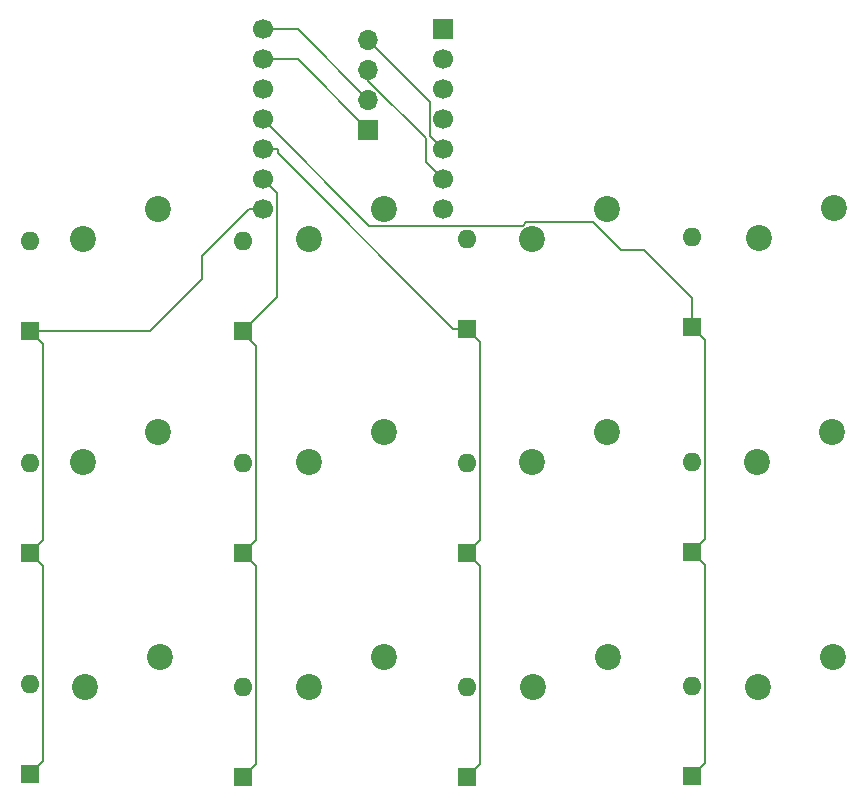
<source format=gbr>
%TF.GenerationSoftware,KiCad,Pcbnew,8.0.6*%
%TF.CreationDate,2024-10-24T04:55:56-04:00*%
%TF.ProjectId,pcb,7063622e-6b69-4636-9164-5f7063625858,rev?*%
%TF.SameCoordinates,Original*%
%TF.FileFunction,Copper,L1,Top*%
%TF.FilePolarity,Positive*%
%FSLAX46Y46*%
G04 Gerber Fmt 4.6, Leading zero omitted, Abs format (unit mm)*
G04 Created by KiCad (PCBNEW 8.0.6) date 2024-10-24 04:55:56*
%MOMM*%
%LPD*%
G01*
G04 APERTURE LIST*
%TA.AperFunction,ComponentPad*%
%ADD10R,1.600000X1.600000*%
%TD*%
%TA.AperFunction,ComponentPad*%
%ADD11O,1.600000X1.600000*%
%TD*%
%TA.AperFunction,ComponentPad*%
%ADD12C,2.200000*%
%TD*%
%TA.AperFunction,ComponentPad*%
%ADD13R,1.700000X1.700000*%
%TD*%
%TA.AperFunction,ComponentPad*%
%ADD14O,1.700000X1.700000*%
%TD*%
%TA.AperFunction,ComponentPad*%
%ADD15C,1.700000*%
%TD*%
%TA.AperFunction,Conductor*%
%ADD16C,0.200000*%
%TD*%
G04 APERTURE END LIST*
D10*
%TO.P,D12,1,K*%
%TO.N,r3*%
X153500000Y-103500000D03*
D11*
%TO.P,D12,2,A*%
%TO.N,Net-(D12-A)*%
X153500000Y-95880000D03*
%TD*%
D10*
%TO.P,D10,1,K*%
%TO.N,r3*%
X153500000Y-65500000D03*
D11*
%TO.P,D10,2,A*%
%TO.N,Net-(D10-A)*%
X153500000Y-57880000D03*
%TD*%
D12*
%TO.P,SW10,1,1*%
%TO.N,c2*%
X165540000Y-55420000D03*
%TO.P,SW10,2,2*%
%TO.N,Net-(D10-A)*%
X159190000Y-57960000D03*
%TD*%
D10*
%TO.P,D8,1,K*%
%TO.N,r2*%
X134500000Y-84620000D03*
D11*
%TO.P,D8,2,A*%
%TO.N,Net-(D8-A)*%
X134500000Y-77000000D03*
%TD*%
D12*
%TO.P,SW9,1,1*%
%TO.N,c0*%
X146460000Y-93420000D03*
%TO.P,SW9,2,2*%
%TO.N,Net-(D9-A)*%
X140110000Y-95960000D03*
%TD*%
D10*
%TO.P,D9,1,K*%
%TO.N,r2*%
X134500000Y-103620000D03*
D11*
%TO.P,D9,2,A*%
%TO.N,Net-(D9-A)*%
X134500000Y-96000000D03*
%TD*%
D12*
%TO.P,SW2,1,1*%
%TO.N,c1*%
X108330000Y-74420000D03*
%TO.P,SW2,2,2*%
%TO.N,Net-(D2-A)*%
X101980000Y-76960000D03*
%TD*%
%TO.P,SW4,1,1*%
%TO.N,c2*%
X127460000Y-55500000D03*
%TO.P,SW4,2,2*%
%TO.N,Net-(D4-A)*%
X121110000Y-58040000D03*
%TD*%
%TO.P,SW1,1,1*%
%TO.N,c2*%
X108330000Y-55500000D03*
%TO.P,SW1,2,2*%
%TO.N,Net-(D1-A)*%
X101980000Y-58040000D03*
%TD*%
D10*
%TO.P,D4,1,K*%
%TO.N,r1*%
X115500000Y-65810000D03*
D11*
%TO.P,D4,2,A*%
%TO.N,Net-(D4-A)*%
X115500000Y-58190000D03*
%TD*%
D10*
%TO.P,D5,1,K*%
%TO.N,r1*%
X115500000Y-84620000D03*
D11*
%TO.P,D5,2,A*%
%TO.N,Net-(D5-A)*%
X115500000Y-77000000D03*
%TD*%
D10*
%TO.P,D11,1,K*%
%TO.N,r3*%
X153500000Y-84500000D03*
D11*
%TO.P,D11,2,A*%
%TO.N,Net-(D11-A)*%
X153500000Y-76880000D03*
%TD*%
D12*
%TO.P,SW3,1,1*%
%TO.N,c0*%
X108460000Y-93420000D03*
%TO.P,SW3,2,2*%
%TO.N,Net-(D3-A)*%
X102110000Y-95960000D03*
%TD*%
D13*
%TO.P,J1,1,GND*%
%TO.N,Net-(J1-GND)*%
X126100000Y-48800000D03*
D14*
%TO.P,J1,2,VCC*%
%TO.N,Net-(J1-VCC)*%
X126100000Y-46260000D03*
%TO.P,J1,3,SCL*%
%TO.N,Net-(J1-SCL)*%
X126100000Y-43720000D03*
%TO.P,J1,4,SDA*%
%TO.N,Net-(J1-SDA)*%
X126100000Y-41180000D03*
%TD*%
D12*
%TO.P,SW5,1,1*%
%TO.N,c1*%
X127460000Y-74420000D03*
%TO.P,SW5,2,2*%
%TO.N,Net-(D5-A)*%
X121110000Y-76960000D03*
%TD*%
D10*
%TO.P,D6,1,K*%
%TO.N,r1*%
X115500000Y-103620000D03*
D11*
%TO.P,D6,2,A*%
%TO.N,Net-(D6-A)*%
X115500000Y-96000000D03*
%TD*%
D10*
%TO.P,D7,1,K*%
%TO.N,r2*%
X134500000Y-65620000D03*
D11*
%TO.P,D7,2,A*%
%TO.N,Net-(D7-A)*%
X134500000Y-58000000D03*
%TD*%
D12*
%TO.P,SW6,1,1*%
%TO.N,c0*%
X127460000Y-93420000D03*
%TO.P,SW6,2,2*%
%TO.N,Net-(D6-A)*%
X121110000Y-95960000D03*
%TD*%
%TO.P,SW8,1,1*%
%TO.N,c1*%
X146380000Y-74420000D03*
%TO.P,SW8,2,2*%
%TO.N,Net-(D8-A)*%
X140030000Y-76960000D03*
%TD*%
%TO.P,SW7,1,1*%
%TO.N,c2*%
X146380000Y-55500000D03*
%TO.P,SW7,2,2*%
%TO.N,Net-(D7-A)*%
X140030000Y-58040000D03*
%TD*%
D10*
%TO.P,D1,1,K*%
%TO.N,r0*%
X97500000Y-65810000D03*
D11*
%TO.P,D1,2,A*%
%TO.N,Net-(D1-A)*%
X97500000Y-58190000D03*
%TD*%
D10*
%TO.P,D2,1,K*%
%TO.N,r0*%
X97500000Y-84620000D03*
D11*
%TO.P,D2,2,A*%
%TO.N,Net-(D2-A)*%
X97500000Y-77000000D03*
%TD*%
D10*
%TO.P,D3,1,K*%
%TO.N,r0*%
X97500000Y-103310000D03*
D11*
%TO.P,D3,2,A*%
%TO.N,Net-(D3-A)*%
X97500000Y-95690000D03*
%TD*%
D12*
%TO.P,SW12,1,1*%
%TO.N,c0*%
X165460000Y-93420000D03*
%TO.P,SW12,2,2*%
%TO.N,Net-(D12-A)*%
X159110000Y-95960000D03*
%TD*%
%TO.P,SW11,1,1*%
%TO.N,c1*%
X165380000Y-74420000D03*
%TO.P,SW11,2,2*%
%TO.N,Net-(D11-A)*%
X159030000Y-76960000D03*
%TD*%
D13*
%TO.P,U1,1,PA02_A0_D0*%
%TO.N,unconnected-(U1-PA02_A0_D0-Pad1)*%
X132500000Y-40300000D03*
D15*
%TO.P,U1,2,PA4_A1_D1*%
%TO.N,c0*%
X132500000Y-42840000D03*
%TO.P,U1,3,PA10_A2_D2*%
%TO.N,c1*%
X132500000Y-45380000D03*
%TO.P,U1,4,PA11_A3_D3*%
%TO.N,c2*%
X132500000Y-47920000D03*
%TO.P,U1,5,PA8_A4_D4_SDA*%
%TO.N,Net-(J1-SDA)*%
X132500000Y-50460000D03*
%TO.P,U1,6,PA9_A5_D5_SCL*%
%TO.N,Net-(J1-SCL)*%
X132500000Y-53000000D03*
%TO.P,U1,7,PB08_A6_D6_TX*%
%TO.N,unconnected-(U1-PB08_A6_D6_TX-Pad7)*%
X132500000Y-55540000D03*
%TO.P,U1,8,PB09_A7_D7_RX*%
%TO.N,r0*%
X117250000Y-55540000D03*
%TO.P,U1,9,PA7_A8_D8_SCK*%
%TO.N,r1*%
X117250000Y-53000000D03*
%TO.P,U1,10,PA5_A9_D9_MISO*%
%TO.N,r2*%
X117250000Y-50460000D03*
%TO.P,U1,11,PA6_A10_D10_MOSI*%
%TO.N,r3*%
X117250000Y-47920000D03*
%TO.P,U1,12,3V3*%
%TO.N,unconnected-(U1-3V3-Pad12)*%
X117250000Y-45380000D03*
%TO.P,U1,13,GND*%
%TO.N,Net-(J1-GND)*%
X117250000Y-42840000D03*
%TO.P,U1,14,5V*%
%TO.N,Net-(J1-VCC)*%
X117250000Y-40300000D03*
%TD*%
D16*
%TO.N,r0*%
X98600000Y-85720000D02*
X98600000Y-102210000D01*
X107690000Y-65810000D02*
X97500000Y-65810000D01*
X112070000Y-61430000D02*
X107690000Y-65810000D01*
X98600000Y-102210000D02*
X97500000Y-103310000D01*
X97500000Y-65810000D02*
X98600000Y-66910000D01*
X116047919Y-55540000D02*
X112070000Y-59517919D01*
X98600000Y-83520000D02*
X97500000Y-84620000D01*
X112070000Y-59517919D02*
X112070000Y-61430000D01*
X97500000Y-84620000D02*
X98600000Y-85720000D01*
X98600000Y-66910000D02*
X98600000Y-83520000D01*
X117250000Y-55540000D02*
X116047919Y-55540000D01*
%TO.N,r1*%
X116600000Y-83520000D02*
X115500000Y-84620000D01*
X115500000Y-65810000D02*
X115500000Y-66000000D01*
X118400000Y-54150000D02*
X118400000Y-62910000D01*
X115500000Y-84620000D02*
X116600000Y-85720000D01*
X118400000Y-62910000D02*
X115500000Y-65810000D01*
X116600000Y-85720000D02*
X116600000Y-102520000D01*
X117250000Y-53000000D02*
X118400000Y-54150000D01*
X116600000Y-102520000D02*
X115500000Y-103620000D01*
X115500000Y-66000000D02*
X116600000Y-67100000D01*
X116600000Y-67100000D02*
X116600000Y-83520000D01*
%TO.N,r2*%
X133342944Y-65620000D02*
X134500000Y-65620000D01*
X117250000Y-50460000D02*
X118452081Y-50460000D01*
X118452081Y-50460000D02*
X118452081Y-50729137D01*
X135600000Y-66720000D02*
X135600000Y-83520000D01*
X134500000Y-84620000D02*
X135600000Y-85720000D01*
X134500000Y-65620000D02*
X135600000Y-66720000D01*
X135600000Y-102520000D02*
X134500000Y-103620000D01*
X135600000Y-85720000D02*
X135600000Y-102520000D01*
X118452081Y-50729137D02*
X133342944Y-65620000D01*
X135600000Y-83520000D02*
X134500000Y-84620000D01*
%TO.N,r3*%
X154600000Y-66600000D02*
X154600000Y-83400000D01*
X153500000Y-63000000D02*
X153500000Y-65500000D01*
X147500000Y-59000000D02*
X149500000Y-59000000D01*
X153500000Y-84500000D02*
X154600000Y-85600000D01*
X139450101Y-56640000D02*
X145140000Y-56640000D01*
X153500000Y-65500000D02*
X154600000Y-66600000D01*
X149500000Y-59000000D02*
X153500000Y-63000000D01*
X154600000Y-83400000D02*
X153500000Y-84500000D01*
X154600000Y-85600000D02*
X154600000Y-102400000D01*
X126230000Y-56900000D02*
X139190101Y-56900000D01*
X154600000Y-102400000D02*
X153500000Y-103500000D01*
X117250000Y-47920000D02*
X126230000Y-56900000D01*
X139190101Y-56900000D02*
X139450101Y-56640000D01*
X145140000Y-56640000D02*
X147500000Y-59000000D01*
%TO.N,Net-(J1-GND)*%
X117250000Y-42840000D02*
X120140000Y-42840000D01*
X120140000Y-42840000D02*
X126100000Y-48800000D01*
%TO.N,Net-(J1-SCL)*%
X126100000Y-43720000D02*
X126100000Y-44625685D01*
X126100000Y-44625685D02*
X131000000Y-49525685D01*
X131000000Y-51500000D02*
X132500000Y-53000000D01*
X131000000Y-49525685D02*
X131000000Y-51500000D01*
%TO.N,Net-(J1-VCC)*%
X120140000Y-40300000D02*
X126100000Y-46260000D01*
X117250000Y-40300000D02*
X120140000Y-40300000D01*
%TO.N,Net-(J1-SDA)*%
X131350000Y-49310000D02*
X132500000Y-50460000D01*
X131350000Y-46430000D02*
X131350000Y-49310000D01*
X126100000Y-41180000D02*
X131350000Y-46430000D01*
%TD*%
M02*

</source>
